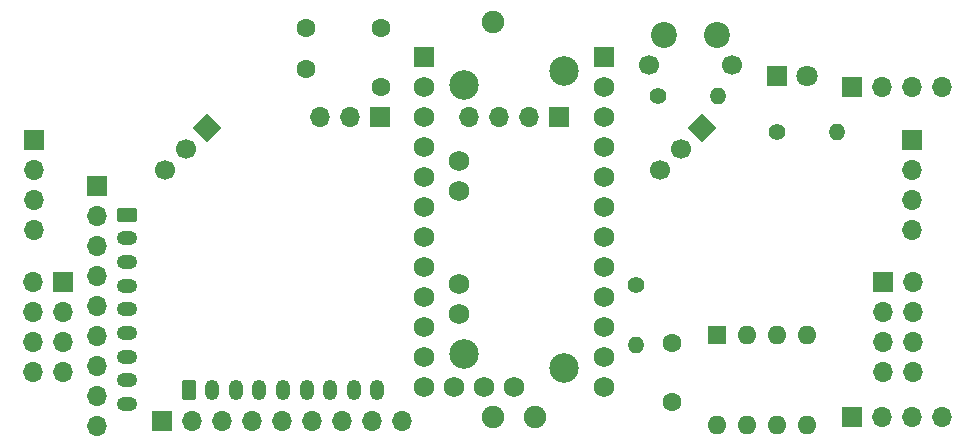
<source format=gbr>
%TF.GenerationSoftware,KiCad,Pcbnew,7.0.7*%
%TF.CreationDate,2023-10-01T14:42:12+02:00*%
%TF.ProjectId,Angle_Ana_Sw,416e676c-655f-4416-9e61-5f53772e6b69,1.0*%
%TF.SameCoordinates,Original*%
%TF.FileFunction,Soldermask,Top*%
%TF.FilePolarity,Negative*%
%FSLAX46Y46*%
G04 Gerber Fmt 4.6, Leading zero omitted, Abs format (unit mm)*
G04 Created by KiCad (PCBNEW 7.0.7) date 2023-10-01 14:42:12*
%MOMM*%
%LPD*%
G01*
G04 APERTURE LIST*
G04 Aperture macros list*
%AMRoundRect*
0 Rectangle with rounded corners*
0 $1 Rounding radius*
0 $2 $3 $4 $5 $6 $7 $8 $9 X,Y pos of 4 corners*
0 Add a 4 corners polygon primitive as box body*
4,1,4,$2,$3,$4,$5,$6,$7,$8,$9,$2,$3,0*
0 Add four circle primitives for the rounded corners*
1,1,$1+$1,$2,$3*
1,1,$1+$1,$4,$5*
1,1,$1+$1,$6,$7*
1,1,$1+$1,$8,$9*
0 Add four rect primitives between the rounded corners*
20,1,$1+$1,$2,$3,$4,$5,0*
20,1,$1+$1,$4,$5,$6,$7,0*
20,1,$1+$1,$6,$7,$8,$9,0*
20,1,$1+$1,$8,$9,$2,$3,0*%
%AMHorizOval*
0 Thick line with rounded ends*
0 $1 width*
0 $2 $3 position (X,Y) of the first rounded end (center of the circle)*
0 $4 $5 position (X,Y) of the second rounded end (center of the circle)*
0 Add line between two ends*
20,1,$1,$2,$3,$4,$5,0*
0 Add two circle primitives to create the rounded ends*
1,1,$1,$2,$3*
1,1,$1,$4,$5*%
%AMRotRect*
0 Rectangle, with rotation*
0 The origin of the aperture is its center*
0 $1 length*
0 $2 width*
0 $3 Rotation angle, in degrees counterclockwise*
0 Add horizontal line*
21,1,$1,$2,0,0,$3*%
G04 Aperture macros list end*
%ADD10RotRect,1.700000X1.700000X315.000000*%
%ADD11HorizOval,1.700000X0.000000X0.000000X0.000000X0.000000X0*%
%ADD12C,1.900000*%
%ADD13C,2.500000*%
%ADD14R,1.700000X1.700000*%
%ADD15O,1.700000X1.700000*%
%ADD16C,1.600000*%
%ADD17R,1.600000X1.600000*%
%ADD18O,1.600000X1.600000*%
%ADD19RoundRect,0.250000X-0.350000X-0.625000X0.350000X-0.625000X0.350000X0.625000X-0.350000X0.625000X0*%
%ADD20O,1.200000X1.750000*%
%ADD21C,1.400000*%
%ADD22O,1.400000X1.400000*%
%ADD23RoundRect,0.250000X-0.625000X0.350000X-0.625000X-0.350000X0.625000X-0.350000X0.625000X0.350000X0*%
%ADD24O,1.750000X1.200000*%
%ADD25R,1.800000X1.800000*%
%ADD26C,1.800000*%
%ADD27C,2.200000*%
%ADD28C,1.700000*%
%ADD29C,1.727200*%
%ADD30R,1.727200X1.727200*%
G04 APERTURE END LIST*
D10*
%TO.C,U2*%
X196266057Y-107583954D03*
D11*
X194470005Y-109380005D03*
X192673954Y-111176057D03*
%TD*%
D10*
%TO.C,U4*%
X154357557Y-107583954D03*
D11*
X152561505Y-109380005D03*
X150765454Y-111176057D03*
%TD*%
D12*
%TO.C,RV1*%
X178590000Y-132080000D03*
X182090000Y-132080000D03*
X178590000Y-98580000D03*
D13*
X176090000Y-126730000D03*
X176090000Y-103930000D03*
X184590000Y-127930000D03*
X184590000Y-102730000D03*
%TD*%
D14*
%TO.C,J7*%
X142175000Y-120650000D03*
D15*
X139635000Y-120650000D03*
X142175000Y-123190000D03*
X139635000Y-123190000D03*
X142175000Y-125730000D03*
X139635000Y-125730000D03*
X142175000Y-128270000D03*
X139635000Y-128270000D03*
%TD*%
D16*
%TO.C,C2*%
X193675000Y-130810000D03*
X193675000Y-125810000D03*
%TD*%
%TO.C,C3*%
X169037000Y-99100000D03*
X169037000Y-104100000D03*
%TD*%
D17*
%TO.C,U1*%
X197485000Y-125095000D03*
D18*
X200025000Y-125095000D03*
X202565000Y-125095000D03*
X205105000Y-125095000D03*
X205105000Y-132715000D03*
X202565000Y-132715000D03*
X200025000Y-132715000D03*
X197485000Y-132715000D03*
%TD*%
D19*
%TO.C,J10*%
X152781000Y-129794000D03*
D20*
X154781000Y-129794000D03*
X156781000Y-129794000D03*
X158781000Y-129794000D03*
X160781000Y-129794000D03*
X162781000Y-129794000D03*
X164781000Y-129794000D03*
X166781000Y-129794000D03*
X168781000Y-129794000D03*
%TD*%
D14*
%TO.C,SW2*%
X169022000Y-106680000D03*
D15*
X166482000Y-106680000D03*
X163942000Y-106680000D03*
%TD*%
D21*
%TO.C,R3*%
X192532000Y-104902000D03*
D22*
X197612000Y-104902000D03*
%TD*%
D14*
%TO.C,J3*%
X208915000Y-104140000D03*
D15*
X211455000Y-104140000D03*
X213995000Y-104140000D03*
X216535000Y-104140000D03*
%TD*%
D14*
%TO.C,J10B1*%
X150495000Y-132373500D03*
D15*
X153035000Y-132373500D03*
X155575000Y-132373500D03*
X158115000Y-132373500D03*
X160655000Y-132373500D03*
X163195000Y-132373500D03*
X165735000Y-132373500D03*
X168275000Y-132373500D03*
X170815000Y-132373500D03*
%TD*%
D16*
%TO.C,C1*%
X162687000Y-99088000D03*
X162687000Y-102588000D03*
%TD*%
D23*
%TO.C,J9*%
X147574000Y-114935000D03*
D24*
X147574000Y-116935000D03*
X147574000Y-118935000D03*
X147574000Y-120935000D03*
X147574000Y-122935000D03*
X147574000Y-124935000D03*
X147574000Y-126935000D03*
X147574000Y-128935000D03*
X147574000Y-130935000D03*
%TD*%
D14*
%TO.C,J6*%
X211545000Y-120650000D03*
D15*
X214085000Y-120650000D03*
X211545000Y-123190000D03*
X214085000Y-123190000D03*
X211545000Y-125730000D03*
X214085000Y-125730000D03*
X211545000Y-128270000D03*
X214085000Y-128270000D03*
%TD*%
D25*
%TO.C,D1*%
X202585000Y-103155000D03*
D26*
X205125000Y-103155000D03*
%TD*%
D27*
%TO.C,SW1*%
X197505000Y-99735000D03*
X193005000Y-99735000D03*
D28*
X198755000Y-102235000D03*
X191755000Y-102235000D03*
%TD*%
D29*
%TO.C,U3*%
X172720000Y-119380000D03*
X172720000Y-116840000D03*
X172720000Y-114300000D03*
X172720000Y-111760000D03*
X175645900Y-112910600D03*
X175645900Y-110370600D03*
X177800000Y-129540000D03*
X175645900Y-123324600D03*
X175645900Y-120784000D03*
X175260000Y-129540000D03*
X187960000Y-104140000D03*
D30*
X187960000Y-101600000D03*
D29*
X187960000Y-111760000D03*
X187960000Y-114300000D03*
X187960000Y-116840000D03*
X187960000Y-119380000D03*
X187960000Y-121920000D03*
X187960000Y-124460000D03*
X187960000Y-127000000D03*
X187960000Y-129540000D03*
X172720000Y-129540000D03*
X172720000Y-127000000D03*
X172720000Y-124460000D03*
X172720000Y-121920000D03*
X187960000Y-109220000D03*
X180340000Y-129540000D03*
X172720000Y-104140000D03*
D30*
X172720000Y-101600000D03*
D29*
X187960000Y-106680000D03*
X172720000Y-106680000D03*
X172720000Y-109220000D03*
%TD*%
D14*
%TO.C,J1*%
X184150000Y-106680000D03*
D15*
X181610000Y-106680000D03*
X179070000Y-106680000D03*
X176530000Y-106680000D03*
%TD*%
D14*
%TO.C,J5*%
X213995000Y-108585000D03*
D15*
X213995000Y-111125000D03*
X213995000Y-113665000D03*
X213995000Y-116205000D03*
%TD*%
D21*
%TO.C,R2*%
X190627000Y-120904000D03*
D22*
X190627000Y-125984000D03*
%TD*%
D14*
%TO.C,J9B1*%
X145034000Y-112522000D03*
D15*
X145034000Y-115062000D03*
X145034000Y-117602000D03*
X145034000Y-120142000D03*
X145034000Y-122682000D03*
X145034000Y-125222000D03*
X145034000Y-127762000D03*
X145034000Y-130302000D03*
X145034000Y-132842000D03*
%TD*%
D21*
%TO.C,R1*%
X202565000Y-107950000D03*
D22*
X207645000Y-107950000D03*
%TD*%
D14*
%TO.C,J4*%
X139700000Y-108585000D03*
D15*
X139700000Y-111125000D03*
X139700000Y-113665000D03*
X139700000Y-116205000D03*
%TD*%
D14*
%TO.C,J2*%
X208915000Y-132080000D03*
D15*
X211455000Y-132080000D03*
X213995000Y-132080000D03*
X216535000Y-132080000D03*
%TD*%
M02*

</source>
